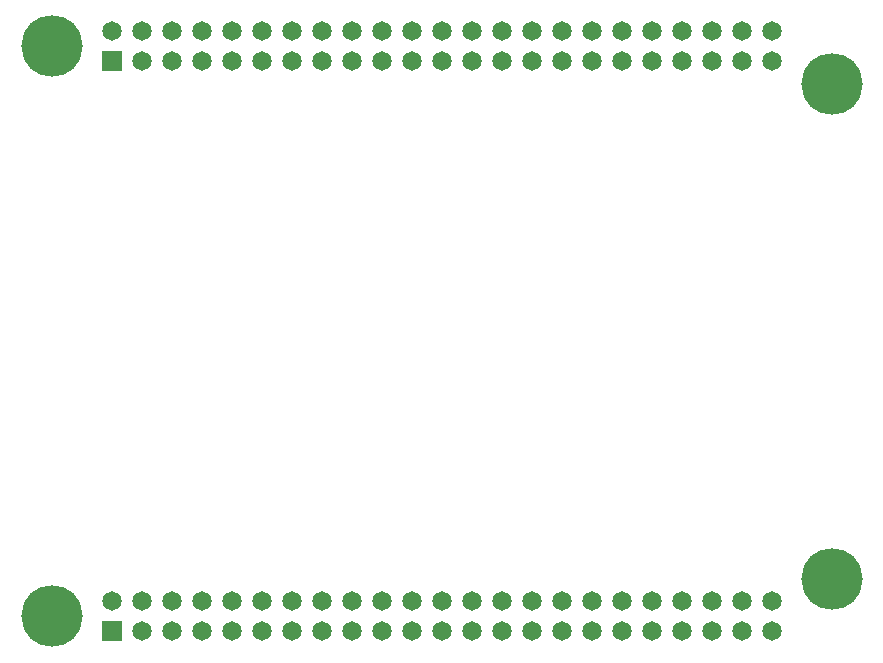
<source format=gbs>
G04 Layer_Color=8150272*
%FSLAX25Y25*%
%MOIN*%
G70*
G01*
G75*
%ADD47R,0.06500X0.06500*%
%ADD48C,0.06500*%
%ADD49C,0.20500*%
D47*
X227500Y323000D02*
D03*
Y513000D02*
D03*
D48*
X237500Y323000D02*
D03*
X247500D02*
D03*
X257500D02*
D03*
X267500D02*
D03*
X277500D02*
D03*
X287500D02*
D03*
X297500D02*
D03*
X307500D02*
D03*
X317500D02*
D03*
X327500D02*
D03*
X337500D02*
D03*
X347500D02*
D03*
X357500D02*
D03*
X367500D02*
D03*
X377500D02*
D03*
X387500D02*
D03*
X397500D02*
D03*
X407500D02*
D03*
X417500D02*
D03*
X427500D02*
D03*
X437500D02*
D03*
X447500D02*
D03*
X227500Y333000D02*
D03*
X237500D02*
D03*
X247500D02*
D03*
X257500D02*
D03*
X267500D02*
D03*
X277500D02*
D03*
X287500D02*
D03*
X297500D02*
D03*
X307500D02*
D03*
X317500D02*
D03*
X327500D02*
D03*
X337500D02*
D03*
X347500D02*
D03*
X357500D02*
D03*
X367500D02*
D03*
X377500D02*
D03*
X387500D02*
D03*
X397500D02*
D03*
X407500D02*
D03*
X417500D02*
D03*
X427500D02*
D03*
X437500D02*
D03*
X447500D02*
D03*
X237500Y513000D02*
D03*
X247500D02*
D03*
X257500D02*
D03*
X267500D02*
D03*
X277500D02*
D03*
X287500D02*
D03*
X297500D02*
D03*
X307500D02*
D03*
X317500D02*
D03*
X327500D02*
D03*
X337500D02*
D03*
X347500D02*
D03*
X357500D02*
D03*
X367500D02*
D03*
X377500D02*
D03*
X387500D02*
D03*
X397500D02*
D03*
X407500D02*
D03*
X417500D02*
D03*
X427500D02*
D03*
X437500D02*
D03*
X447500D02*
D03*
X227500Y523000D02*
D03*
X237500D02*
D03*
X247500D02*
D03*
X257500D02*
D03*
X267500D02*
D03*
X277500D02*
D03*
X287500D02*
D03*
X297500D02*
D03*
X307500D02*
D03*
X317500D02*
D03*
X327500D02*
D03*
X337500D02*
D03*
X347500D02*
D03*
X357500D02*
D03*
X367500D02*
D03*
X377500D02*
D03*
X387500D02*
D03*
X397500D02*
D03*
X407500D02*
D03*
X417500D02*
D03*
X427500D02*
D03*
X437500D02*
D03*
X447500D02*
D03*
D49*
X467500Y505500D02*
D03*
Y340500D02*
D03*
X207500Y518000D02*
D03*
Y328000D02*
D03*
M02*

</source>
